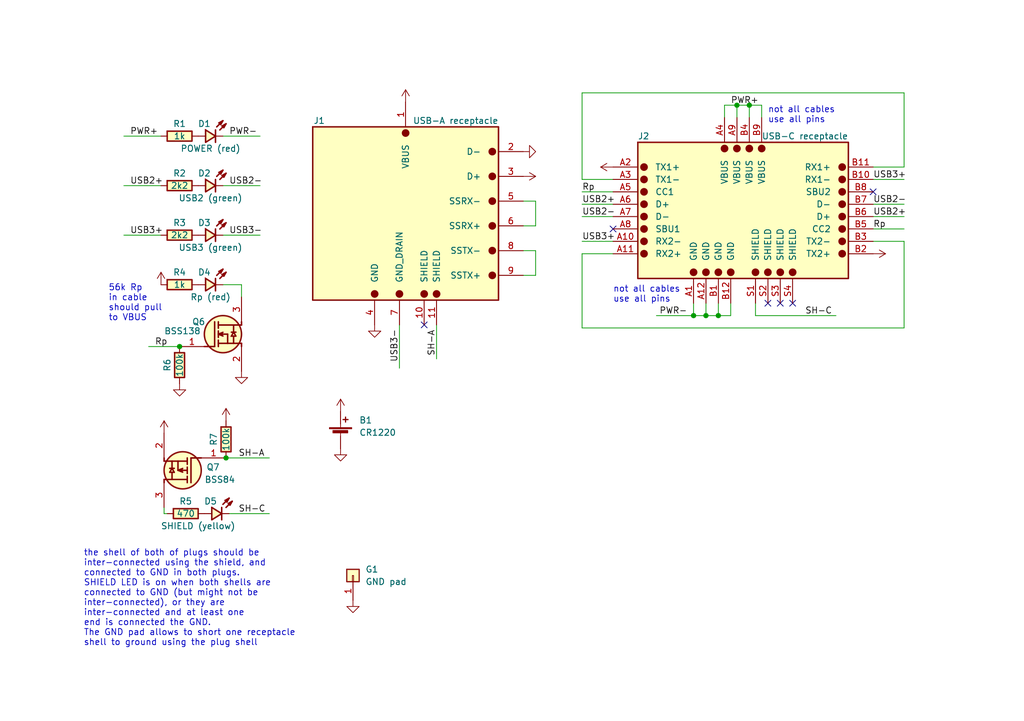
<source format=kicad_sch>
(kicad_sch (version 20211123) (generator eeschema)
  (paper "A5")
  (title_block (title "USB-A to USB-C cable tester") (date "$date$") (rev "$version$.$revision$") (company "CuVoodoo") (comment 1 "King Kévin") (comment 2 "CERN-OHL-S"))
  (lib_symbols
    (symbol "Connector_Generic:Conn_01x01" (pin_names (offset 1.016) hide)
      (property "Reference" "J" (at 0 2.54 0))
      (property "Value" "Conn_01x01" (at 0 -2.54 0))
      (symbol "Conn_01x01_1_1"
        (rectangle (start -1.27 0.127) (end 0 -0.127) (stroke (width 0.1524)))
        (rectangle (start -1.27 1.27) (end 1.27 -1.27) (stroke (width 0.254)) (fill (type background)))
        (pin passive line (at -5.08 0 0) (length 3.81) (name "Pin_1") (number "1"))
      )
    )
    (symbol "Device:Battery_Cell" (pin_numbers hide) (pin_names (offset 0) hide)
      (property "Reference" "BT" (at 2.54 2.54 0))
      (property "Value" "Battery_Cell" (at 2.54 0 0))
      (symbol "Battery_Cell_0_1"
        (rectangle (start -2.286 1.778) (end 2.286 1.524) (fill (type outline)))
        (rectangle (start -1.5748 1.1938) (end 1.4732 0.6858) (fill (type outline)))
        (polyline (pts (xy 0 0.762) (xy 0 0)))
        (polyline (pts (xy 0 1.778) (xy 0 2.54)))
        (polyline (pts (xy 0.508 3.429) (xy 1.524 3.429)) (stroke (width 0.254)))
        (polyline (pts (xy 1.016 3.937) (xy 1.016 2.921)) (stroke (width 0.254)))
      )
      (symbol "Battery_Cell_1_1"
        (pin passive line (at 0 5.08 270) (length 2.54) (name "+") (number "1"))
        (pin passive line (at 0 -2.54 90) (length 2.54) (name "-") (number "2"))
      )
    )
    (symbol "power:GND" (power) (pin_names (offset 0))
      (property "Value" "GND" (at 0 -3.81 0))
      (symbol "GND_0_1"
        (polyline (pts (xy 0 0) (xy 0 -1.27) (xy 1.27 -1.27) (xy 0 -2.54) (xy -1.27 -1.27) (xy 0 -1.27)))
      )
      (symbol "GND_1_1"
        (pin power_in line (at 0 0 270) (length 0) hide (name "GND") (number "1"))
      )
    )
    (symbol "power:VCC" (power) (pin_names (offset 0))
      (property "Value" "VCC" (at 0 3.81 0))
      (symbol "VCC_0_1"
        (polyline (pts (xy -0.762 1.27) (xy 0 2.54)))
        (polyline (pts (xy 0 0) (xy 0 2.54)))
        (polyline (pts (xy 0 2.54) (xy 0.762 1.27)))
      )
      (symbol "VCC_1_1"
        (pin power_in line (at 0 0 90) (length 0) hide (name "VCC") (number "1"))
      )
    )
    (symbol "qeda:BSS138" (pin_names (offset 1.016) hide)
      (property "Reference" "VT" (at 1.778 4.572 0))
      (property "Value" "BSS138" (at 1.778 -4.572 0))
      (symbol "BSS138_1_1"
        (polyline (pts (xy -3.81 -2.54) (xy -1.7018 -2.54)) (stroke (width 0.3048)))
        (polyline (pts (xy -1.7018 2.54) (xy -1.7018 -2.54)) (stroke (width 0.3048)))
        (polyline (pts (xy -0.9398 -1.8796) (xy 3.81 -1.8796)) (stroke (width 0.3048)))
        (polyline (pts (xy -0.9398 -1.2192) (xy -0.9398 -2.54)) (stroke (width 0.3048)))
        (polyline (pts (xy -0.9398 0) (xy 0.9652 0)) (stroke (width 0.3048)))
        (polyline (pts (xy -0.9398 0.6604) (xy -0.9398 -0.6604)) (stroke (width 0.3048)))
        (polyline (pts (xy -0.9398 1.8796) (xy 3.81 1.8796)) (stroke (width 0.3048)))
        (polyline (pts (xy -0.9398 2.54) (xy -0.9398 1.2192)) (stroke (width 0.3048)))
        (polyline (pts (xy 0.9652 0) (xy 0.9652 -1.8796)) (stroke (width 0.3048)))
        (polyline (pts (xy 1.7272 0.4064) (xy 2.667 0.4064)) (stroke (width 0.3048)))
        (polyline (pts (xy 2.1844 -0.4064) (xy 2.1844 -1.8796)) (stroke (width 0.3048)))
        (polyline (pts (xy 2.1844 1.8796) (xy 2.1844 0.4064)) (stroke (width 0.3048)))
        (polyline (pts (xy 3.81 -1.8796) (xy 3.81 -2.54)) (stroke (width 0.3048)))
        (polyline (pts (xy 3.81 1.8796) (xy 3.81 2.54)) (stroke (width 0.3048)))
        (polyline (pts (xy 0 0.381) (xy -0.9398 0) (xy 0 -0.381)) (stroke (width 0.3048)) (fill (type outline)))
        (polyline (pts (xy 1.7272 -0.4064) (xy 2.667 -0.4064) (xy 2.1844 0.4064) (xy 1.7272 -0.4064)) (stroke (width 0.3048)))
        (circle (center 0 0) (radius 3.81) (stroke (width 0.3048)) (fill (type background)))
        (pin input line (at -8.89 -2.54 0) (length 5.08) (name "G") (number "1"))
        (pin unspecified line (at 3.81 -7.62 90) (length 5.08) (name "S") (number "2"))
        (pin unspecified line (at 3.81 7.62 270) (length 5.08) (name "D") (number "3"))
      )
    )
    (symbol "qeda:BSS84" (pin_names (offset 1.016) hide)
      (property "Reference" "VT" (at 1.778 4.572 0))
      (property "Value" "BSS84" (at 1.778 -4.572 0))
      (symbol "BSS84_1_1"
        (polyline (pts (xy -3.81 -2.54) (xy -1.7018 -2.54)) (stroke (width 0.3048)))
        (polyline (pts (xy -1.7018 2.54) (xy -1.7018 -2.54)) (stroke (width 0.3048)))
        (polyline (pts (xy -0.9398 -1.8796) (xy 3.81 -1.8796)) (stroke (width 0.3048)))
        (polyline (pts (xy -0.9398 -1.2192) (xy -0.9398 -2.54)) (stroke (width 0.3048)))
        (polyline (pts (xy -0.9398 0) (xy 0.9652 0)) (stroke (width 0.3048)))
        (polyline (pts (xy -0.9398 0.6604) (xy -0.9398 -0.6604)) (stroke (width 0.3048)))
        (polyline (pts (xy -0.9398 1.8796) (xy 3.81 1.8796)) (stroke (width 0.3048)))
        (polyline (pts (xy -0.9398 2.54) (xy -0.9398 1.2192)) (stroke (width 0.3048)))
        (polyline (pts (xy 0.9652 0) (xy 0.9652 -1.8796)) (stroke (width 0.3048)))
        (polyline (pts (xy 1.7272 -0.4064) (xy 2.667 -0.4064)) (stroke (width 0.3048)))
        (polyline (pts (xy 2.1844 -0.4064) (xy 2.1844 -1.8796)) (stroke (width 0.3048)))
        (polyline (pts (xy 2.1844 1.8796) (xy 2.1844 0.4064)) (stroke (width 0.3048)))
        (polyline (pts (xy 3.81 -1.8796) (xy 3.81 -2.54)) (stroke (width 0.3048)))
        (polyline (pts (xy 3.81 1.8796) (xy 3.81 2.54)) (stroke (width 0.3048)))
        (polyline (pts (xy 0 0.381) (xy 0.9652 0) (xy 0 -0.381)) (stroke (width 0.3048)) (fill (type outline)))
        (polyline (pts (xy 1.7272 0.4064) (xy 2.667 0.4064) (xy 2.1844 -0.4064) (xy 1.7272 0.4064)) (stroke (width 0.3048)))
        (circle (center 0 0) (radius 3.81) (stroke (width 0.3048)) (fill (type background)))
        (pin input line (at -8.89 -2.54 0) (length 5.08) (name "G") (number "1"))
        (pin unspecified line (at 3.81 -7.62 90) (length 5.08) (name "S") (number "2"))
        (pin unspecified line (at 3.81 7.62 270) (length 5.08) (name "D") (number "3"))
      )
    )
    (symbol "qeda:LED0805" (pin_numbers hide) (pin_names (offset 1.016) hide)
      (property "Reference" "D" (at 0 2.032 0))
      (property "Value" "LED0805" (at 0 -2.032 0))
      (symbol "LED0805_1_1"
        (polyline (pts (xy 1.016 1.27) (xy 1.016 -1.27)) (stroke (width 0.3048)))
        (polyline (pts (xy 1.27 1.905) (xy 2.54 3.175)) (stroke (width 0.3048)))
        (polyline (pts (xy 1.905 1.27) (xy 3.175 2.54)) (stroke (width 0.3048)))
        (polyline (pts (xy -1.016 1.27) (xy 1.016 0) (xy -1.016 -1.27) (xy -1.016 1.27)) (stroke (width 0.3048)) (fill (type background)))
        (polyline (pts (xy 1.7272 2.7178) (xy 2.54 3.175) (xy 2.0828 2.3622) (xy 1.7272 2.7178)) (stroke (width 0.3048)) (fill (type outline)))
        (polyline (pts (xy 2.3622 2.0828) (xy 3.175 2.54) (xy 2.7178 1.7272) (xy 2.3622 2.0828)) (stroke (width 0.3048)) (fill (type outline)))
        (pin passive line (at 2.54 0 180) (length 1.524) (name "C") (number "1"))
        (pin passive line (at -2.54 0 0) (length 1.524) (name "A") (number "2"))
      )
    )
    (symbol "qeda:R0603" (pin_numbers hide) (pin_names (offset 1.016) hide)
      (property "Reference" "R" (at 0 1.778 0))
      (property "Value" "R0603" (at 0 -1.778 0))
      (symbol "R0603_1_1"
        (rectangle (start -2.54 1.016) (end 2.54 -1.016) (stroke (width 0.3048)) (fill (type background)))
        (pin passive line (at -3.81 0 0) (length 1.27) (name "L") (number "1"))
        (pin passive line (at 3.81 0 180) (length 1.27) (name "R") (number "2"))
      )
    )
    (symbol "qeda:U231-09XN-4BLRA00" (pin_names (offset 3.556))
      (property "Reference" "J" (at 0 0.762 0))
      (property "Value" "U231-09XN-4BLRA00" (at 26.162 -36.322 0))
      (symbol "U231-09XN-4BLRA00_1_1"
        (rectangle (start 0 0) (end 38.1 -35.56) (stroke (width 0.3048)) (fill (type background)))
        (circle (center 12.7 -34.29) (radius 0.635) (stroke (width 0.3048)) (fill (type outline)))
        (circle (center 17.78 -34.29) (radius 0.635) (stroke (width 0.3048)) (fill (type outline)))
        (circle (center 19.05 -1.27) (radius 0.635) (stroke (width 0.3048)) (fill (type outline)))
        (circle (center 22.86 -34.29) (radius 0.635) (stroke (width 0.3048)) (fill (type outline)))
        (circle (center 25.4 -34.29) (radius 0.635) (stroke (width 0.3048)) (fill (type outline)))
        (circle (center 36.83 -30.48) (radius 0.635) (stroke (width 0.3048)) (fill (type outline)))
        (circle (center 36.83 -25.4) (radius 0.635) (stroke (width 0.3048)) (fill (type outline)))
        (circle (center 36.83 -20.32) (radius 0.635) (stroke (width 0.3048)) (fill (type outline)))
        (circle (center 36.83 -15.24) (radius 0.635) (stroke (width 0.3048)) (fill (type outline)))
        (circle (center 36.83 -10.16) (radius 0.635) (stroke (width 0.3048)) (fill (type outline)))
        (circle (center 36.83 -5.08) (radius 0.635) (stroke (width 0.3048)) (fill (type outline)))
        (pin power_in line (at 19.05 5.08 270) (length 5.08) (name "VBUS") (number "1"))
        (pin passive line (at 22.86 -40.64 90) (length 5.08) (name "SHIELD") (number "10"))
        (pin passive line (at 25.4 -40.64 90) (length 5.08) (name "SHIELD") (number "11"))
        (pin bidirectional line (at 43.18 -5.08 180) (length 5.08) (name "D-") (number "2"))
        (pin bidirectional line (at 43.18 -10.16 180) (length 5.08) (name "D+") (number "3"))
        (pin power_in line (at 12.7 -40.64 90) (length 5.08) (name "GND") (number "4"))
        (pin input line (at 43.18 -15.24 180) (length 5.08) (name "SSRX-") (number "5"))
        (pin input line (at 43.18 -20.32 180) (length 5.08) (name "SSRX+") (number "6"))
        (pin power_in line (at 17.78 -40.64 90) (length 5.08) (name "GND_DRAIN") (number "7"))
        (pin output line (at 43.18 -25.4 180) (length 5.08) (name "SSTX-") (number "8"))
        (pin output line (at 43.18 -30.48 180) (length 5.08) (name "SSTX+") (number "9"))
      )
    )
    (symbol "qeda:XKB_U262-24XN-4BV64" (pin_names (offset 3.556))
      (property "Reference" "J" (at 0 0.762 0))
      (property "Value" "XKB_U262-24XN-4BV64" (at 32.512 -28.702 0))
      (symbol "XKB_U262-24XN-4BV64_1_1"
        (rectangle (start 0 0) (end 43.18 -27.94) (stroke (width 0.3048)) (fill (type background)))
        (circle (center 1.27 -22.86) (radius 0.635) (stroke (width 0.3048)) (fill (type outline)))
        (circle (center 1.27 -20.32) (radius 0.635) (stroke (width 0.3048)) (fill (type outline)))
        (circle (center 1.27 -17.78) (radius 0.635) (stroke (width 0.3048)) (fill (type outline)))
        (circle (center 1.27 -15.24) (radius 0.635) (stroke (width 0.3048)) (fill (type outline)))
        (circle (center 1.27 -12.7) (radius 0.635) (stroke (width 0.3048)) (fill (type outline)))
        (circle (center 1.27 -10.16) (radius 0.635) (stroke (width 0.3048)) (fill (type outline)))
        (circle (center 1.27 -7.62) (radius 0.635) (stroke (width 0.3048)) (fill (type outline)))
        (circle (center 1.27 -5.08) (radius 0.635) (stroke (width 0.3048)) (fill (type outline)))
        (circle (center 11.43 -26.67) (radius 0.635) (stroke (width 0.3048)) (fill (type outline)))
        (circle (center 13.97 -26.67) (radius 0.635) (stroke (width 0.3048)) (fill (type outline)))
        (circle (center 16.51 -26.67) (radius 0.635) (stroke (width 0.3048)) (fill (type outline)))
        (circle (center 17.78 -1.27) (radius 0.635) (stroke (width 0.3048)) (fill (type outline)))
        (circle (center 19.05 -26.67) (radius 0.635) (stroke (width 0.3048)) (fill (type outline)))
        (circle (center 20.32 -1.27) (radius 0.635) (stroke (width 0.3048)) (fill (type outline)))
        (circle (center 22.86 -1.27) (radius 0.635) (stroke (width 0.3048)) (fill (type outline)))
        (circle (center 24.13 -26.67) (radius 0.635) (stroke (width 0.3048)) (fill (type outline)))
        (circle (center 25.4 -1.27) (radius 0.635) (stroke (width 0.3048)) (fill (type outline)))
        (circle (center 26.67 -26.67) (radius 0.635) (stroke (width 0.3048)) (fill (type outline)))
        (circle (center 29.21 -26.67) (radius 0.635) (stroke (width 0.3048)) (fill (type outline)))
        (circle (center 31.75 -26.67) (radius 0.635) (stroke (width 0.3048)) (fill (type outline)))
        (circle (center 41.91 -22.86) (radius 0.635) (stroke (width 0.3048)) (fill (type outline)))
        (circle (center 41.91 -20.32) (radius 0.635) (stroke (width 0.3048)) (fill (type outline)))
        (circle (center 41.91 -17.78) (radius 0.635) (stroke (width 0.3048)) (fill (type outline)))
        (circle (center 41.91 -15.24) (radius 0.635) (stroke (width 0.3048)) (fill (type outline)))
        (circle (center 41.91 -12.7) (radius 0.635) (stroke (width 0.3048)) (fill (type outline)))
        (circle (center 41.91 -10.16) (radius 0.635) (stroke (width 0.3048)) (fill (type outline)))
        (circle (center 41.91 -7.62) (radius 0.635) (stroke (width 0.3048)) (fill (type outline)))
        (circle (center 41.91 -5.08) (radius 0.635) (stroke (width 0.3048)) (fill (type outline)))
        (pin power_in line (at 11.43 -33.02 90) (length 5.08) (name "GND") (number "A1"))
        (pin input line (at -5.08 -20.32 0) (length 5.08) (name "RX2-") (number "A10"))
        (pin input line (at -5.08 -22.86 0) (length 5.08) (name "RX2+") (number "A11"))
        (pin power_in line (at 13.97 -33.02 90) (length 5.08) (name "GND") (number "A12"))
        (pin output line (at -5.08 -5.08 0) (length 5.08) (name "TX1+") (number "A2"))
        (pin output line (at -5.08 -7.62 0) (length 5.08) (name "TX1-") (number "A3"))
        (pin power_in line (at 17.78 5.08 270) (length 5.08) (name "VBUS") (number "A4"))
        (pin bidirectional line (at -5.08 -10.16 0) (length 5.08) (name "CC1") (number "A5"))
        (pin bidirectional line (at -5.08 -12.7 0) (length 5.08) (name "D+") (number "A6"))
        (pin bidirectional line (at -5.08 -15.24 0) (length 5.08) (name "D-") (number "A7"))
        (pin bidirectional line (at -5.08 -17.78 0) (length 5.08) (name "SBU1") (number "A8"))
        (pin power_in line (at 20.32 5.08 270) (length 5.08) (name "VBUS") (number "A9"))
        (pin power_in line (at 16.51 -33.02 90) (length 5.08) (name "GND") (number "B1"))
        (pin input line (at 48.26 -7.62 180) (length 5.08) (name "RX1-") (number "B10"))
        (pin input line (at 48.26 -5.08 180) (length 5.08) (name "RX1+") (number "B11"))
        (pin power_in line (at 19.05 -33.02 90) (length 5.08) (name "GND") (number "B12"))
        (pin output line (at 48.26 -22.86 180) (length 5.08) (name "TX2+") (number "B2"))
        (pin output line (at 48.26 -20.32 180) (length 5.08) (name "TX2-") (number "B3"))
        (pin power_in line (at 22.86 5.08 270) (length 5.08) (name "VBUS") (number "B4"))
        (pin bidirectional line (at 48.26 -17.78 180) (length 5.08) (name "CC2") (number "B5"))
        (pin bidirectional line (at 48.26 -15.24 180) (length 5.08) (name "D+") (number "B6"))
        (pin bidirectional line (at 48.26 -12.7 180) (length 5.08) (name "D-") (number "B7"))
        (pin bidirectional line (at 48.26 -10.16 180) (length 5.08) (name "SBU2") (number "B8"))
        (pin power_in line (at 25.4 5.08 270) (length 5.08) (name "VBUS") (number "B9"))
        (pin passive line (at 24.13 -33.02 90) (length 5.08) (name "SHIELD") (number "S1"))
        (pin passive line (at 26.67 -33.02 90) (length 5.08) (name "SHIELD") (number "S2"))
        (pin passive line (at 29.21 -33.02 90) (length 5.08) (name "SHIELD") (number "S3"))
        (pin passive line (at 31.75 -33.02 90) (length 5.08) (name "SHIELD") (number "S4"))
      )
    )
  )
  (junction (at 36.83 71.12))
  (junction (at 144.78 64.77))
  (junction (at 142.24 64.77))
  (junction (at 46.355 93.98))
  (junction (at 147.32 64.77))
  (junction (at 153.67 21.59))
  (junction (at 151.13 21.59))
  (no_connect (at 86.995 66.675))
  (no_connect (at 162.56 62.23))
  (no_connect (at 157.48 62.23))
  (no_connect (at 160.02 62.23))
  (no_connect (at 125.73 46.99))
  (no_connect (at 179.07 39.37))
  (wire (pts (xy 25.4 38.1) (xy 33.02 38.1)))
  (wire (pts (xy 119.38 39.37) (xy 125.73 39.37)))
  (wire (pts (xy 33.655 105.41) (xy 34.29 105.41)))
  (wire (pts (xy 119.38 44.45) (xy 125.73 44.45)))
  (wire (pts (xy 185.42 49.53) (xy 179.07 49.53)))
  (wire (pts (xy 119.38 67.31) (xy 185.42 67.31)))
  (wire (pts (xy 30.48 71.12) (xy 36.83 71.12)))
  (wire (pts (xy 125.73 36.83) (xy 119.38 36.83)))
  (wire (pts (xy 147.32 62.23) (xy 147.32 64.77)))
  (wire (pts (xy 119.38 49.53) (xy 125.73 49.53)))
  (wire (pts (xy 45.72 48.26) (xy 53.34 48.26)))
  (wire (pts (xy 46.99 105.41) (xy 55.245 105.41)))
  (wire (pts (xy 144.78 64.77) (xy 147.32 64.77)))
  (wire (pts (xy 149.86 64.77) (xy 149.86 62.23)))
  (wire (pts (xy 154.94 62.23) (xy 154.94 64.77)))
  (wire (pts (xy 185.42 34.29) (xy 179.07 34.29)))
  (wire (pts (xy 179.07 36.83) (xy 185.42 36.83)))
  (wire (pts (xy 147.32 64.77) (xy 149.86 64.77)))
  (wire (pts (xy 109.855 46.355) (xy 107.315 46.355)))
  (wire (pts (xy 109.855 41.275) (xy 109.855 46.355)))
  (wire (pts (xy 151.13 21.59) (xy 153.67 21.59)))
  (wire (pts (xy 107.315 41.275) (xy 109.855 41.275)))
  (wire (pts (xy 81.915 66.675) (xy 81.915 75.565)))
  (wire (pts (xy 185.42 67.31) (xy 185.42 49.53)))
  (wire (pts (xy 119.38 41.91) (xy 125.73 41.91)))
  (wire (pts (xy 125.73 52.07) (xy 119.38 52.07)))
  (wire (pts (xy 185.42 19.05) (xy 185.42 34.29)))
  (wire (pts (xy 107.315 51.435) (xy 109.855 51.435)))
  (wire (pts (xy 153.67 21.59) (xy 156.21 21.59)))
  (wire (pts (xy 153.67 21.59) (xy 153.67 24.13)))
  (wire (pts (xy 109.855 56.515) (xy 107.315 56.515)))
  (wire (pts (xy 49.53 58.42) (xy 49.53 60.96)))
  (wire (pts (xy 144.78 62.23) (xy 144.78 64.77)))
  (wire (pts (xy 25.4 48.26) (xy 33.02 48.26)))
  (wire (pts (xy 148.59 21.59) (xy 151.13 21.59)))
  (wire (pts (xy 46.355 93.98) (xy 55.245 93.98)))
  (wire (pts (xy 156.21 21.59) (xy 156.21 24.13)))
  (wire (pts (xy 179.07 44.45) (xy 185.42 44.45)))
  (wire (pts (xy 142.24 64.77) (xy 144.78 64.77)))
  (wire (pts (xy 134.62 64.77) (xy 142.24 64.77)))
  (wire (pts (xy 148.59 24.13) (xy 148.59 21.59)))
  (wire (pts (xy 151.13 21.59) (xy 151.13 24.13)))
  (wire (pts (xy 89.535 66.675) (xy 89.535 73.66)))
  (wire (pts (xy 179.07 41.91) (xy 185.42 41.91)))
  (wire (pts (xy 142.24 62.23) (xy 142.24 64.77)))
  (wire (pts (xy 25.4 27.94) (xy 33.02 27.94)))
  (wire (pts (xy 119.38 36.83) (xy 119.38 19.05)))
  (wire (pts (xy 45.72 38.1) (xy 53.34 38.1)))
  (wire (pts (xy 45.72 58.42) (xy 49.53 58.42)))
  (wire (pts (xy 154.94 64.77) (xy 171.45 64.77)))
  (wire (pts (xy 33.655 104.14) (xy 33.655 105.41)))
  (wire (pts (xy 119.38 19.05) (xy 185.42 19.05)))
  (wire (pts (xy 119.38 52.07) (xy 119.38 67.31)))
  (wire (pts (xy 109.855 51.435) (xy 109.855 56.515)))
  (wire (pts (xy 45.72 27.94) (xy 53.34 27.94)))
  (wire (pts (xy 179.07 46.99) (xy 185.42 46.99)))
  (text "56k Rp\nin cable\nshould pull\nto VBUS" (at 22.225 66.04 0) (effects (font (size 1.27 1.27)) (justify left bottom)))
  (text "the shell of both of plugs should be\ninter-connected using the shield, and\nconnected to GND in both plugs.\nSHIELD LED is on when both shells are\nconnected to GND (but might not be\ninter-connected), or they are\ninter-connected and at least one\nend is connected the GND.\nThe GND pad allows to short one receptacle\nshell to ground using the plug shell" (at 17.145 132.715 0) (effects (font (size 1.27 1.27)) (justify left bottom)))
  (text "not all cables\nuse all pins" (at 125.73 62.23 0) (effects (font (size 1.27 1.27)) (justify left bottom)))
  (text "not all cables\nuse all pins" (at 157.48 25.4 0) (effects (font (size 1.27 1.27)) (justify left bottom)))
  (label "USB2+" (at 119.38 41.91 0))
  (label "USB3+" (at 179.07 36.83 0))
  (label "PWR+" (at 149.86 21.59 0))
  (label "USB3-" (at 81.915 74.295 90))
  (label "USB2-" (at 179.07 41.91 0))
  (label "Rp" (at 31.75 71.12 0))
  (label "USB2-" (at 46.99 38.1 0))
  (label "PWR+" (at 26.67 27.94 0))
  (label "USB3+" (at 119.38 49.53 0))
  (label "USB2-" (at 119.38 44.45 0))
  (label "SH-C" (at 48.895 105.41 0))
  (label "Rp" (at 179.07 46.99 0))
  (label "SH-C" (at 165.1 64.77 0))
  (label "Rp" (at 119.38 39.37 0))
  (label "USB3+" (at 26.67 48.26 0))
  (label "USB3-" (at 46.99 48.26 0))
  (label "USB2+" (at 26.67 38.1 0))
  (label "SH-A" (at 89.535 73.025 90))
  (label "PWR-" (at 140.97 64.77 180))
  (label "USB2+" (at 179.07 44.45 0))
  (label "SH-A" (at 48.895 93.98 0))
  (label "PWR-" (at 46.99 27.94 0))
  (symbol (lib_id "power:GND") (at 49.53 76.2 0) (unit 1)
    (property "Reference" "#PWR0110" (effects hide))
    (property "Value" "GND" (effects hide))
  )
  (symbol (lib_id "qeda:XKB_U262-24XN-4BV64") (at 130.81 29.21 0) (unit 1)
    (property "Reference" "J2" (at 130.81 27.94 0) (effects (justify left)))
    (property "Value" "USB-C receptacle" (at 156.21 27.94 0) (effects (justify left)))
    (property "Footprint" "qeda:CONNECTOR_XKB_U262-24XN-4BV64" (effects hide))
    (property "Datasheet" "http://www.helloxkb.com/public/images/pdf/U262-24XN-4BV64.pdf" (effects hide))
    (property "LCSC" "C388660" (effects hide))
  )
  (symbol (lib_id "qeda:BSS138") (at 45.72 68.58 0) (unit 1)
    (property "Reference" "Q6" (at 39.37 66.04 0) (effects (justify left)))
    (property "Value" "BSS138" (at 33.655 67.945 0) (effects (justify left)))
    (property "Footprint" "qeda:SOT95P237X112-3N" (effects hide))
    (property "Datasheet" "https://www.onsemi.com/pdf/datasheet/bss138-d.pdf" (effects hide))
    (property "LCSC" "C112239" (effects hide))
  )
  (symbol (lib_id "qeda:R0603") (at 36.83 38.1 0) (unit 1)
    (property "Reference" "R2" (at 36.83 35.56 0))
    (property "Value" "2k2" (at 36.83 38.1 0))
    (property "Footprint" "qeda:UC1608X55N" (effects hide))
    (property "LCSC" "C4190" (effects hide))
  )
  (symbol (lib_id "Device:Battery_Cell") (at 69.85 89.535 0) (unit 1)
    (property "Reference" "B1" (at 73.66 86.2329 0) (effects (justify left)))
    (property "Value" "CR1220" (at 73.66 88.7729 0) (effects (justify left)))
    (property "Footprint" "qeda:CONNECTOR_MY-1220-03" (effects hide))
    (property "LCSC" "C964818" (effects hide))
  )
  (symbol (lib_id "qeda:R0603") (at 36.83 74.93 90) (unit 1)
    (property "Reference" "R6" (at 34.29 74.93 0))
    (property "Value" "100k" (at 36.83 74.93 0))
    (property "Footprint" "qeda:UC1608X55N" (effects hide))
    (property "LCSC" "C25803" (effects hide))
  )
  (symbol (lib_id "power:GND") (at 36.83 78.74 0) (unit 1)
    (property "Reference" "#PWR0111" (effects hide))
    (property "Value" "GND" (effects hide))
  )
  (symbol (lib_id "qeda:LED0805") (at 44.45 105.41 0) (unit 1)
    (property "Reference" "D5" (at 43.18 102.87 0))
    (property "Value" "SHIELD (yellow)" (at 40.64 107.95 0))
    (property "Footprint" "qeda:LEDC2012X80N" (effects hide))
    (property "LCSC" "C2296" (effects hide))
  )
  (symbol (lib_id "qeda:LED0805") (at 43.18 27.94 0) (unit 1)
    (property "Reference" "D1" (at 41.91 25.4 0))
    (property "Value" "POWER (red)" (at 43.18 30.48 0))
    (property "Footprint" "qeda:LEDC2012X80N" (effects hide))
    (property "LCSC" "C84256" (effects hide))
  )
  (symbol (lib_id "power:VCC") (at 83.185 20.955 0) (unit 1)
    (property "Reference" "#PWR0102" (effects hide))
    (property "Value" "VCC" (effects hide))
  )
  (symbol (lib_id "power:VCC") (at 33.655 88.9 0) (unit 1)
    (property "Reference" "#PWR0112" (effects hide))
    (property "Value" "VCC" (effects hide))
  )
  (symbol (lib_id "qeda:R0603") (at 36.83 48.26 0) (unit 1)
    (property "Reference" "R3" (at 36.83 45.72 0))
    (property "Value" "2k2" (at 36.83 48.26 0))
    (property "Footprint" "qeda:UC1608X55N" (effects hide))
    (property "LCSC" "C4190" (effects hide))
  )
  (symbol (lib_id "power:VCC") (at 46.355 86.36 0) (unit 1)
    (property "Reference" "#PWR0113" (effects hide))
    (property "Value" "VCC" (effects hide))
  )
  (symbol (lib_id "qeda:LED0805") (at 43.18 58.42 0) (unit 1)
    (property "Reference" "D4" (at 41.91 55.88 0))
    (property "Value" "Rp (red)" (at 43.18 60.96 0))
    (property "Footprint" "qeda:LEDC2012X80N" (effects hide))
    (property "LCSC" "C84256" (effects hide))
  )
  (symbol (lib_id "qeda:U231-09XN-4BLRA00") (at 64.135 26.035 0) (unit 1)
    (property "Reference" "J1" (at 66.675 24.765 0) (effects (justify right)))
    (property "Value" "USB-A receptacle" (at 102.235 24.765 0) (effects (justify right)))
    (property "Footprint" "qeda:CONNECTOR_U231-09XN-4BLRA00" (effects hide))
    (property "Datasheet" "http://www.helloxkb.com/public/images/pdf/U231-091N-4BLRA00-S.pdf" (effects hide))
    (property "LCSC" "C381140" (effects hide))
  )
  (symbol (lib_id "power:VCC") (at 179.07 52.07 270) (unit 1)
    (property "Reference" "#PWR0108" (effects hide))
    (property "Value" "VCC" (effects hide))
  )
  (symbol (lib_id "power:GND") (at 76.835 66.675 0) (unit 1)
    (property "Reference" "#PWR0106" (effects hide))
    (property "Value" "GND" (effects hide))
  )
  (symbol (lib_id "qeda:R0603") (at 36.83 27.94 0) (unit 1)
    (property "Reference" "R1" (at 36.83 25.4 0))
    (property "Value" "1k" (at 36.83 27.94 0))
    (property "Footprint" "qeda:UC1608X55N" (effects hide))
    (property "LCSC" "C21190" (effects hide))
  )
  (symbol (lib_id "qeda:BSS84") (at 37.465 96.52 180) (unit 1)
    (property "Reference" "Q7" (at 45.085 95.885 0) (effects (justify left)))
    (property "Value" "BSS84" (at 48.26 98.425 0) (effects (justify left)))
    (property "Footprint" "qeda:SOT95P237X112-3N" (effects hide))
    (property "Datasheet" "https://assets.nexperia.com/documents/data-sheet/BSS84.pdf" (effects hide))
    (property "LCSC" "C114481" (effects hide))
  )
  (symbol (lib_id "qeda:R0603") (at 46.355 90.17 90) (unit 1)
    (property "Reference" "R7" (at 43.815 90.17 0))
    (property "Value" "100k" (at 46.355 90.17 0))
    (property "Footprint" "qeda:UC1608X55N" (effects hide))
    (property "LCSC" "C25803" (effects hide))
  )
  (symbol (lib_id "qeda:LED0805") (at 43.18 38.1 0) (unit 1)
    (property "Reference" "D2" (at 41.91 35.56 0))
    (property "Value" "USB2 (green)" (at 43.18 40.64 0))
    (property "Footprint" "qeda:LEDC2012X80N" (effects hide))
    (property "LCSC" "C2297" (effects hide))
  )
  (symbol (lib_id "power:GND") (at 107.315 31.115 90) (unit 1)
    (property "Reference" "#PWR0103" (effects hide))
    (property "Value" "GND" (effects hide))
  )
  (symbol (lib_id "Connector_Generic:Conn_01x01") (at 72.39 118.11 90) (unit 1) (in_bom no)
    (property "Reference" "G1" (at 74.93 116.8399 90) (effects (justify right)))
    (property "Value" "GND pad" (at 74.93 119.3799 90) (effects (justify right)))
    (property "Footprint" "custom:pad_A" (effects hide))
  )
  (symbol (lib_id "power:GND") (at 72.39 123.19 0) (unit 1)
    (property "Reference" "#PWR0116" (effects hide))
    (property "Value" "GND" (effects hide))
  )
  (symbol (lib_id "qeda:LED0805") (at 43.18 48.26 0) (unit 1)
    (property "Reference" "D3" (at 41.91 45.72 0))
    (property "Value" "USB3 (green)" (at 43.18 50.8 0))
    (property "Footprint" "qeda:LEDC2012X80N" (effects hide))
    (property "LCSC" "C2297" (effects hide))
  )
  (symbol (lib_id "power:GND") (at 69.85 92.075 0) (unit 1)
    (property "Reference" "#PWR0105" (effects hide))
    (property "Value" "GND" (effects hide))
  )
  (symbol (lib_id "power:VCC") (at 69.85 84.455 0) (unit 1)
    (property "Reference" "#PWR0104" (effects hide))
    (property "Value" "VCC" (effects hide))
  )
  (symbol (lib_id "qeda:R0603") (at 38.1 105.41 0) (unit 1)
    (property "Reference" "R5" (at 38.1 102.87 0))
    (property "Value" "470" (at 38.1 105.41 0))
    (property "Footprint" "qeda:UC1608X55N" (effects hide))
    (property "LCSC" "C23179" (effects hide))
  )
  (symbol (lib_id "power:VCC") (at 107.315 36.195 270) (unit 1)
    (property "Reference" "#PWR0101" (effects hide))
    (property "Value" "VCC" (effects hide))
  )
  (symbol (lib_id "power:VCC") (at 33.02 58.42 0) (unit 1)
    (property "Reference" "#PWR0109" (effects hide))
    (property "Value" "VCC" (effects hide))
  )
  (symbol (lib_id "qeda:R0603") (at 36.83 58.42 0) (unit 1)
    (property "Reference" "R4" (at 36.83 55.88 0))
    (property "Value" "1k" (at 36.83 58.42 0))
    (property "Footprint" "qeda:UC1608X55N" (effects hide))
    (property "LCSC" "C21190" (effects hide))
  )
  (symbol (lib_id "power:VCC") (at 125.73 34.29 90) (unit 1)
    (property "Reference" "#PWR0107" (effects hide))
    (property "Value" "VCC" (effects hide))
  )
)
</source>
